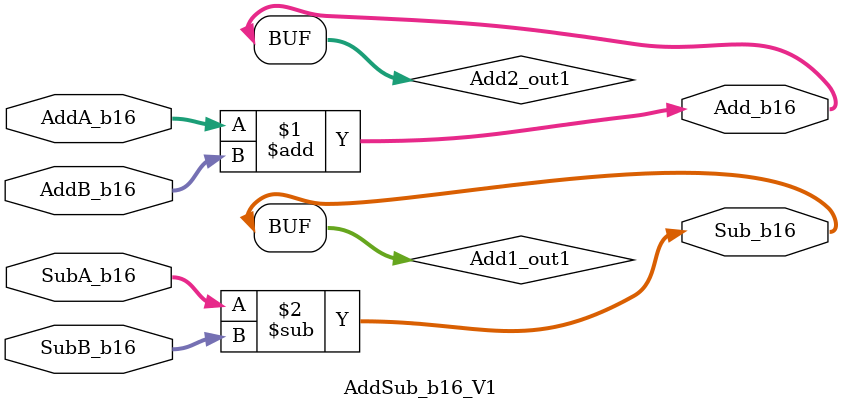
<source format=v>



`timescale 1 ns / 1 ns

module AddSub_b16_V1
          (
           AddA_b16,
           AddB_b16,
           SubA_b16,
           SubB_b16,
           Add_b16,
           Sub_b16
          );



  input   signed [15:0] AddA_b16;  // int16
  input   signed [15:0] AddB_b16;  // int16
  input   signed [15:0] SubA_b16;  // int16
  input   signed [15:0] SubB_b16;  // int16
  output  signed [15:0] Add_b16;  // int16
  output  signed [15:0] Sub_b16;  // int16

  wire signed [15:0] Add2_out1;  // int16
  wire signed [15:0] Add1_out1;  // int16


  assign Add2_out1 = AddA_b16 + AddB_b16;



  assign Add_b16 = Add2_out1;

  assign Add1_out1 = SubA_b16 - SubB_b16;



  assign Sub_b16 = Add1_out1;

endmodule  // AddSub_b16_V1


</source>
